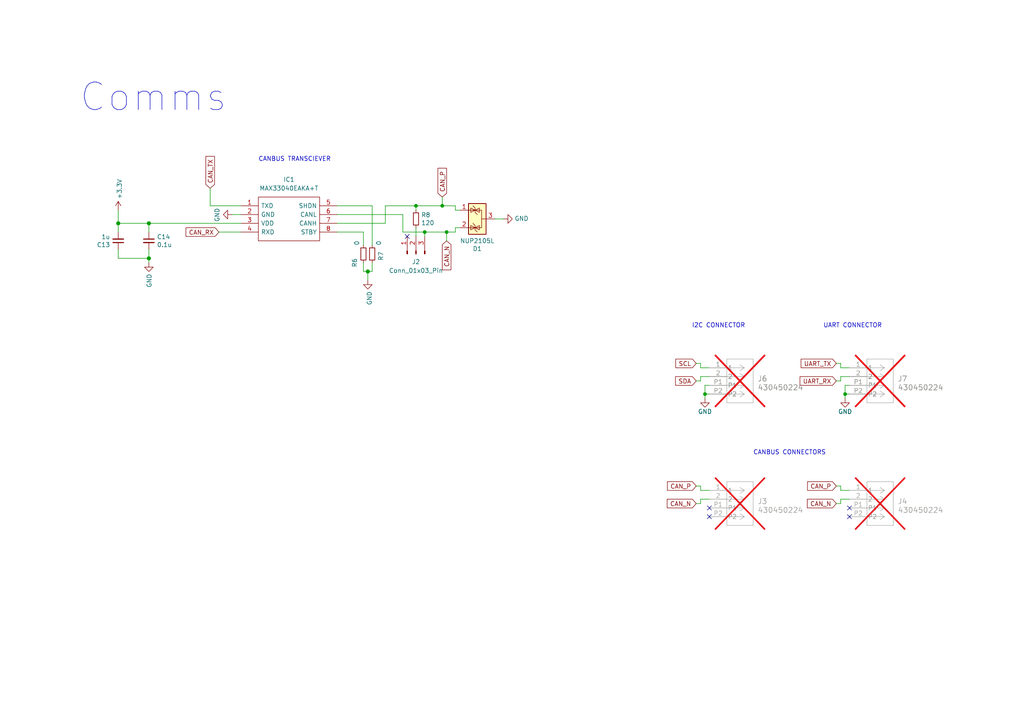
<source format=kicad_sch>
(kicad_sch (version 20230121) (generator eeschema)
  (paper "A4")
  (lib_symbols
    (symbol "Connector:Conn_01x03_Pin" (pin_names (offset 1.016) hide)
      (property "Reference" "J" (at 0 5.08 0))
      (property "Value" "Conn_01x03_Pin" (at 0 -5.08 0))
      (symbol "Conn_01x03_Pin_1_1"
        (polyline (pts (xy 1.27 -2.54) (xy 0.8636 -2.54)) (stroke (width 0.1524)))
        (polyline (pts (xy 1.27 0) (xy 0.8636 0)) (stroke (width 0.1524)))
        (polyline (pts (xy 1.27 2.54) (xy 0.8636 2.54)) (stroke (width 0.1524)))
        (rectangle (start 0.8636 -2.413) (end 0 -2.667) (stroke (width 0.1524)) (fill (type outline)))
        (rectangle (start 0.8636 0.127) (end 0 -0.127) (stroke (width 0.1524)) (fill (type outline)))
        (rectangle (start 0.8636 2.667) (end 0 2.413) (stroke (width 0.1524)) (fill (type outline)))
        (pin passive line (at 5.08 2.54 180) (length 3.81) (name "Pin_1") (number "1"))
        (pin passive line (at 5.08 0 180) (length 3.81) (name "Pin_2") (number "2"))
        (pin passive line (at 5.08 -2.54 180) (length 3.81) (name "Pin_3") (number "3"))
      )
    )
    (symbol "Device:C_Small" (pin_numbers hide) (pin_names (offset 0.254) hide)
      (property "Reference" "C" (at 0.254 1.778 0))
      (property "Value" "C_Small" (at 0.254 -2.032 0))
      (symbol "C_Small_0_1"
        (polyline (pts (xy -1.524 -0.508) (xy 1.524 -0.508)) (stroke (width 0.3302)))
        (polyline (pts (xy -1.524 0.508) (xy 1.524 0.508)) (stroke (width 0.3048)))
      )
      (symbol "C_Small_1_1"
        (pin passive line (at 0 2.54 270) (length 2.032) (name "~") (number "1"))
        (pin passive line (at 0 -2.54 90) (length 2.032) (name "~") (number "2"))
      )
    )
    (symbol "Device:R_Small" (pin_numbers hide) (pin_names (offset 0.254) hide)
      (property "Reference" "R" (at 0.762 0.508 0))
      (property "Value" "R_Small" (at 0.762 -1.016 0))
      (symbol "R_Small_0_1"
        (rectangle (start -0.762 1.778) (end 0.762 -1.778) (stroke (width 0.2032)))
      )
      (symbol "R_Small_1_1"
        (pin passive line (at 0 2.54 270) (length 0.762) (name "~") (number "1"))
        (pin passive line (at 0 -2.54 90) (length 0.762) (name "~") (number "2"))
      )
    )
    (symbol "MAX33040EAKA+T:MAX33040EAKA+T" (pin_names (offset 0.762))
      (property "Reference" "IC" (at 24.13 7.62 0))
      (property "Value" "MAX33040EAKA+T" (at 24.13 5.08 0))
      (symbol "MAX33040EAKA+T_0_0"
        (pin passive line (at 0 0 0) (length 5.08) (name "TXD") (number "1"))
        (pin passive line (at 0 -2.54 0) (length 5.08) (name "GND") (number "2"))
        (pin passive line (at 0 -5.08 0) (length 5.08) (name "VDD") (number "3"))
        (pin passive line (at 0 -7.62 0) (length 5.08) (name "RXD") (number "4"))
        (pin passive line (at 27.94 0 180) (length 5.08) (name "SHDN") (number "5"))
        (pin passive line (at 27.94 -2.54 180) (length 5.08) (name "CANL") (number "6"))
        (pin passive line (at 27.94 -5.08 180) (length 5.08) (name "CANH") (number "7"))
        (pin passive line (at 27.94 -7.62 180) (length 5.08) (name "STBY") (number "8"))
      )
      (symbol "MAX33040EAKA+T_0_1"
        (polyline (pts (xy 5.08 2.54) (xy 22.86 2.54) (xy 22.86 -10.16) (xy 5.08 -10.16) (xy 5.08 2.54)) (stroke (width 0.1524)))
      )
    )
    (symbol "MolexConnectors:430450224" (pin_names (offset 0.254))
      (property "Reference" "J" (at 8.89 6.35 0))
      (property "Value" "430450224" (at 0 0 0))
      (symbol "430450224_1_1"
        (polyline (pts (xy 5.08 -10.16) (xy 12.7 -10.16)) (stroke (width 0.127)))
        (polyline (pts (xy 5.08 2.54) (xy 5.08 -10.16)) (stroke (width 0.127)))
        (polyline (pts (xy 10.16 -7.62) (xy 5.08 -7.62)) (stroke (width 0.127)))
        (polyline (pts (xy 10.16 -7.62) (xy 8.89 -8.4667)) (stroke (width 0.127)))
        (polyline (pts (xy 10.16 -7.62) (xy 8.89 -6.7733)) (stroke (width 0.127)))
        (polyline (pts (xy 10.16 -5.08) (xy 5.08 -5.08)) (stroke (width 0.127)))
        (polyline (pts (xy 10.16 -5.08) (xy 8.89 -5.9267)) (stroke (width 0.127)))
        (polyline (pts (xy 10.16 -5.08) (xy 8.89 -4.2333)) (stroke (width 0.127)))
        (polyline (pts (xy 10.16 -2.54) (xy 5.08 -2.54)) (stroke (width 0.127)))
        (polyline (pts (xy 10.16 -2.54) (xy 8.89 -3.3867)) (stroke (width 0.127)))
        (polyline (pts (xy 10.16 -2.54) (xy 8.89 -1.6933)) (stroke (width 0.127)))
        (polyline (pts (xy 10.16 0) (xy 5.08 0)) (stroke (width 0.127)))
        (polyline (pts (xy 10.16 0) (xy 8.89 -0.8467)) (stroke (width 0.127)))
        (polyline (pts (xy 10.16 0) (xy 8.89 0.8467)) (stroke (width 0.127)))
        (polyline (pts (xy 12.7 -10.16) (xy 12.7 2.54)) (stroke (width 0.127)))
        (polyline (pts (xy 12.7 2.54) (xy 5.08 2.54)) (stroke (width 0.127)))
        (pin unspecified line (at 0 0 0) (length 5.08) (name "1") (number "1"))
        (pin unspecified line (at 0 -2.54 0) (length 5.08) (name "2") (number "2"))
        (pin unspecified line (at 0 -5.08 0) (length 5.08) (name "P1") (number "P1"))
        (pin unspecified line (at 0 -7.62 0) (length 5.08) (name "P2") (number "P2"))
      )
      (symbol "430450224_1_2"
        (polyline (pts (xy 5.08 -10.16) (xy 12.7 -10.16)) (stroke (width 0.127)))
        (polyline (pts (xy 5.08 2.54) (xy 5.08 -10.16)) (stroke (width 0.127)))
        (polyline (pts (xy 7.62 -7.62) (xy 5.08 -7.62)) (stroke (width 0.127)))
        (polyline (pts (xy 7.62 -7.62) (xy 8.89 -8.4667)) (stroke (width 0.127)))
        (polyline (pts (xy 7.62 -7.62) (xy 8.89 -6.7733)) (stroke (width 0.127)))
        (polyline (pts (xy 7.62 -5.08) (xy 5.08 -5.08)) (stroke (width 0.127)))
        (polyline (pts (xy 7.62 -5.08) (xy 8.89 -5.9267)) (stroke (width 0.127)))
        (polyline (pts (xy 7.62 -5.08) (xy 8.89 -4.2333)) (stroke (width 0.127)))
        (polyline (pts (xy 7.62 -2.54) (xy 5.08 -2.54)) (stroke (width 0.127)))
        (polyline (pts (xy 7.62 -2.54) (xy 8.89 -3.3867)) (stroke (width 0.127)))
        (polyline (pts (xy 7.62 -2.54) (xy 8.89 -1.6933)) (stroke (width 0.127)))
        (polyline (pts (xy 7.62 0) (xy 5.08 0)) (stroke (width 0.127)))
        (polyline (pts (xy 7.62 0) (xy 8.89 -0.8467)) (stroke (width 0.127)))
        (polyline (pts (xy 7.62 0) (xy 8.89 0.8467)) (stroke (width 0.127)))
        (polyline (pts (xy 12.7 -10.16) (xy 12.7 2.54)) (stroke (width 0.127)))
        (polyline (pts (xy 12.7 2.54) (xy 5.08 2.54)) (stroke (width 0.127)))
        (pin unspecified line (at 0 0 0) (length 5.08) (name "1") (number "1"))
        (pin unspecified line (at 0 -2.54 0) (length 5.08) (name "2") (number "2"))
        (pin unspecified line (at 0 -5.08 0) (length 5.08) (name "P1") (number "P1"))
        (pin unspecified line (at 0 -7.62 0) (length 5.08) (name "P2") (number "P2"))
      )
    )
    (symbol "Power_Protection:NUP2105L" (pin_names hide)
      (property "Reference" "D" (at 5.715 2.54 0))
      (property "Value" "NUP2105L" (at 5.715 0.635 0))
      (symbol "NUP2105L_0_0"
        (pin passive line (at 0 -5.08 90) (length 2.54) (name "A") (number "3"))
      )
      (symbol "NUP2105L_0_1"
        (rectangle (start -4.445 2.54) (end 4.445 -2.54) (stroke (width 0.254)) (fill (type background)))
        (polyline (pts (xy -2.54 2.54) (xy -2.54 0.635)))
        (polyline (pts (xy 0 -1.27) (xy 0 -2.54)))
        (polyline (pts (xy 2.54 2.54) (xy 2.54 0.635)))
        (polyline (pts (xy -3.81 1.27) (xy -3.175 0.635) (xy -1.905 0.635) (xy -1.27 0)))
        (polyline (pts (xy -2.54 0.635) (xy -2.54 -1.27) (xy 2.54 -1.27) (xy 2.54 0.635)))
        (polyline (pts (xy -2.54 0.635) (xy -1.905 -0.635) (xy -3.175 -0.635) (xy -2.54 0.635)))
        (polyline (pts (xy 2.54 0.635) (xy 1.905 -0.635) (xy 3.175 -0.635) (xy 2.54 0.635)))
        (polyline (pts (xy 2.54 0.635) (xy 3.175 1.905) (xy 1.905 1.905) (xy 2.54 0.635)))
        (polyline (pts (xy -2.54 0.635) (xy -3.175 1.905) (xy -1.905 1.905) (xy -2.54 0.635) (xy -2.54 1.27)))
        (polyline (pts (xy 1.27 1.27) (xy 1.905 0.635) (xy 2.54 0.635) (xy 3.175 0.635) (xy 3.81 0)))
      )
      (symbol "NUP2105L_1_1"
        (pin passive line (at -2.54 5.08 270) (length 2.54) (name "K") (number "1"))
        (pin passive line (at 2.54 5.08 270) (length 2.54) (name "K") (number "2"))
      )
    )
    (symbol "power:+3.3V" (power) (pin_names (offset 0))
      (property "Value" "+3.3V" (at 0 3.556 0))
      (symbol "+3.3V_0_1"
        (polyline (pts (xy -0.762 1.27) (xy 0 2.54)))
        (polyline (pts (xy 0 0) (xy 0 2.54)))
        (polyline (pts (xy 0 2.54) (xy 0.762 1.27)))
      )
      (symbol "+3.3V_1_1"
        (pin power_in line (at 0 0 90) (length 0) hide (name "+3.3V") (number "1"))
      )
    )
    (symbol "power:GND" (power) (pin_names (offset 0))
      (property "Value" "GND" (at 0 -3.81 0))
      (symbol "GND_0_1"
        (polyline (pts (xy 0 0) (xy 0 -1.27) (xy 1.27 -1.27) (xy 0 -2.54) (xy -1.27 -1.27) (xy 0 -1.27)))
      )
      (symbol "GND_1_1"
        (pin power_in line (at 0 0 270) (length 0) hide (name "GND") (number "1"))
      )
    )
  )
  (junction (at 106.68 78.74) (diameter 1.016))
  (junction (at 204.47 114.3))
  (junction (at 129.54 67.31))
  (junction (at 128.27 59.69))
  (junction (at 43.18 64.77) (diameter 1.016))
  (junction (at 34.29 64.77) (diameter 1.016))
  (junction (at 120.65 59.69))
  (junction (at 245.11 114.3))
  (junction (at 43.18 74.93) (diameter 1.016))
  (junction (at 123.19 67.31))
  (no_connect (at 246.38 149.86))
  (no_connect (at 205.74 147.32))
  (no_connect (at 246.38 147.32))
  (no_connect (at 205.74 149.86))
  (no_connect (at 118.11 68.58))
  (wire (pts (xy 97.79 59.69) (xy 107.95 59.69)))
  (wire (pts (xy 243.84 110.49) (xy 243.84 109.22)))
  (wire (pts (xy 203.2 142.24) (xy 205.74 142.24)))
  (wire (pts (xy 243.84 105.41) (xy 243.84 106.68)))
  (wire (pts (xy 106.68 78.74) (xy 105.41 78.74)))
  (wire (pts (xy 120.65 59.69) (xy 120.65 60.96)))
  (wire (pts (xy 203.2 146.05) (xy 201.93 146.05)))
  (wire (pts (xy 107.95 76.2) (xy 107.95 78.74)))
  (wire (pts (xy 203.2 110.49) (xy 201.93 110.49)))
  (wire (pts (xy 203.2 144.78) (xy 205.74 144.78)))
  (wire (pts (xy 97.79 62.23) (xy 116.84 62.23)))
  (wire (pts (xy 243.84 106.68) (xy 246.38 106.68)))
  (wire (pts (xy 133.35 66.04) (xy 132.08 66.04)))
  (wire (pts (xy 128.27 59.69) (xy 132.08 59.69)))
  (wire (pts (xy 242.57 110.49) (xy 243.84 110.49)))
  (wire (pts (xy 34.29 64.77) (xy 43.18 64.77)))
  (wire (pts (xy 63.5 67.31) (xy 69.85 67.31)))
  (wire (pts (xy 107.95 78.74) (xy 106.68 78.74)))
  (wire (pts (xy 43.18 76.2) (xy 43.18 74.93)))
  (wire (pts (xy 203.2 106.68) (xy 205.74 106.68)))
  (wire (pts (xy 204.47 115.57) (xy 204.47 114.3)))
  (wire (pts (xy 43.18 67.31) (xy 43.18 64.77)))
  (wire (pts (xy 43.18 72.39) (xy 43.18 74.93)))
  (wire (pts (xy 143.51 63.5) (xy 146.05 63.5)))
  (wire (pts (xy 60.96 54.61) (xy 60.96 59.69)))
  (wire (pts (xy 243.84 146.05) (xy 243.84 144.78)))
  (wire (pts (xy 203.2 110.49) (xy 203.2 109.22)))
  (wire (pts (xy 245.11 114.3) (xy 246.38 114.3)))
  (wire (pts (xy 123.19 67.31) (xy 123.19 68.58)))
  (wire (pts (xy 242.57 146.05) (xy 243.84 146.05)))
  (wire (pts (xy 43.18 64.77) (xy 69.85 64.77)))
  (wire (pts (xy 69.85 59.69) (xy 60.96 59.69)))
  (wire (pts (xy 34.29 67.31) (xy 34.29 64.77)))
  (wire (pts (xy 203.2 140.97) (xy 203.2 142.24)))
  (wire (pts (xy 245.11 115.57) (xy 245.11 114.3)))
  (wire (pts (xy 120.65 59.69) (xy 128.27 59.69)))
  (wire (pts (xy 34.29 64.77) (xy 34.29 60.96)))
  (wire (pts (xy 132.08 60.96) (xy 132.08 59.69)))
  (wire (pts (xy 111.76 64.77) (xy 111.76 59.69)))
  (wire (pts (xy 203.2 105.41) (xy 203.2 106.68)))
  (wire (pts (xy 105.41 67.31) (xy 105.41 71.12)))
  (wire (pts (xy 204.47 111.76) (xy 205.74 111.76)))
  (wire (pts (xy 204.47 114.3) (xy 204.47 111.76)))
  (wire (pts (xy 97.79 67.31) (xy 105.41 67.31)))
  (wire (pts (xy 129.54 67.31) (xy 132.08 67.31)))
  (wire (pts (xy 243.84 144.78) (xy 246.38 144.78)))
  (wire (pts (xy 128.27 57.15) (xy 128.27 59.69)))
  (wire (pts (xy 116.84 67.31) (xy 123.19 67.31)))
  (wire (pts (xy 245.11 114.3) (xy 245.11 111.76)))
  (wire (pts (xy 243.84 140.97) (xy 243.84 142.24)))
  (wire (pts (xy 111.76 59.69) (xy 120.65 59.69)))
  (wire (pts (xy 106.68 81.28) (xy 106.68 78.74)))
  (wire (pts (xy 242.57 105.41) (xy 243.84 105.41)))
  (wire (pts (xy 116.84 62.23) (xy 116.84 67.31)))
  (wire (pts (xy 67.31 62.23) (xy 69.85 62.23)))
  (wire (pts (xy 123.19 67.31) (xy 129.54 67.31)))
  (wire (pts (xy 243.84 109.22) (xy 246.38 109.22)))
  (wire (pts (xy 203.2 109.22) (xy 205.74 109.22)))
  (wire (pts (xy 203.2 146.05) (xy 203.2 144.78)))
  (wire (pts (xy 243.84 142.24) (xy 246.38 142.24)))
  (wire (pts (xy 107.95 59.69) (xy 107.95 71.12)))
  (wire (pts (xy 120.65 66.04) (xy 120.65 68.58)))
  (wire (pts (xy 34.29 74.93) (xy 43.18 74.93)))
  (wire (pts (xy 201.93 105.41) (xy 203.2 105.41)))
  (wire (pts (xy 129.54 67.31) (xy 129.54 69.85)))
  (wire (pts (xy 105.41 78.74) (xy 105.41 76.2)))
  (wire (pts (xy 201.93 140.97) (xy 203.2 140.97)))
  (wire (pts (xy 34.29 72.39) (xy 34.29 74.93)))
  (wire (pts (xy 133.35 60.96) (xy 132.08 60.96)))
  (wire (pts (xy 204.47 114.3) (xy 205.74 114.3)))
  (wire (pts (xy 132.08 66.04) (xy 132.08 67.31)))
  (wire (pts (xy 245.11 111.76) (xy 246.38 111.76)))
  (wire (pts (xy 97.79 64.77) (xy 111.76 64.77)))
  (wire (pts (xy 242.57 140.97) (xy 243.84 140.97)))
  (text "UART CONNECTOR" (at 238.76 95.25 0) (effects (font (size 1.27 1.27)) (justify left bottom)))
  (text "I2C CONNECTOR" (at 200.66 95.25 0) (effects (font (size 1.27 1.27)) (justify left bottom)))
  (text "CANBUS TRANSCIEVER" (at 74.93 46.99 0) (effects (font (size 1.27 1.27)) (justify left bottom)))
  (text "CANBUS CONNECTORS" (at 218.44 132.08 0) (effects (font (size 1.27 1.27)) (justify left bottom)))
  (text "Comms" (at 22.86 33.02 0) (effects (font (size 8 8)) (justify left bottom)))
  (global_label "UART_TX" (shape input) (at 242.57 105.41 180) (property "Intersheetrefs" "${INTERSHEET_REFS}" (effects hide)))
  (global_label "CAN_TX" (shape input) (at 60.96 54.61 90) (property "Intersheetrefs" "${INTERSHEET_REFS}" (effects hide)))
  (global_label "CAN_RX" (shape input) (at 63.5 67.31 180) (property "Intersheetrefs" "${INTERSHEET_REFS}" (effects hide)))
  (global_label "SCL" (shape input) (at 201.93 105.41 180) (property "Intersheetrefs" "${INTERSHEET_REFS}" (effects hide)))
  (global_label "CAN_N" (shape input) (at 242.57 146.05 180) (property "Intersheetrefs" "${INTERSHEET_REFS}" (effects hide)))
  (global_label "CAN_P" (shape input) (at 242.57 140.97 180) (property "Intersheetrefs" "${INTERSHEET_REFS}" (effects hide)))
  (global_label "SDA" (shape input) (at 201.93 110.49 180) (property "Intersheetrefs" "${INTERSHEET_REFS}" (effects hide)))
  (global_label "CAN_N" (shape input) (at 201.93 146.05 180) (property "Intersheetrefs" "${INTERSHEET_REFS}" (effects hide)))
  (global_label "UART_RX" (shape input) (at 242.57 110.49 180) (property "Intersheetrefs" "${INTERSHEET_REFS}" (effects hide)))
  (global_label "CAN_P" (shape input) (at 128.27 57.15 90) (property "Intersheetrefs" "${INTERSHEET_REFS}" (effects hide)))
  (global_label "CAN_P" (shape input) (at 201.93 140.97 180) (property "Intersheetrefs" "${INTERSHEET_REFS}" (effects hide)))
  (global_label "CAN_N" (shape input) (at 129.54 69.85 270) (property "Intersheetrefs" "${INTERSHEET_REFS}" (effects hide)))
  (symbol (lib_id "power:GND") (at 67.31 62.23 270) (unit 1)
    (property "Reference" "#PWR020" (effects hide))
    (property "Value" "GND" (at 62.9856 62.3443 0))
    (instances (project "RevA_Mecanismos" (path "" (reference "#PWR020") (unit 1))) (project "stepper_module_v2" (path "" (reference "#PWR019") (unit 1))) (project "IO_module" (path "" (reference "#PWR036") (unit 1))) (project "general_module" (path "" (reference "#PWR055") (unit 1))))
  )
  (symbol (lib_id "power:GND") (at 146.05 63.5 90) (unit 1)
    (property "Reference" "#PWR027" (effects hide))
    (property "Value" "GND" (at 149.2251 63.3857 90) (effects (justify right)))
    (instances (project "RevA_Mecanismos" (path "" (reference "#PWR027") (unit 1))) (project "stepper_module_v2" (path "" (reference "#PWR0122") (unit 1))) (project "IO_module" (path "" (reference "#PWR047") (unit 1))) (project "general_module" (path "" (reference "#PWR064") (unit 1))))
  )
  (symbol (lib_id "MAX33040EAKA+T:MAX33040EAKA+T") (at 69.85 59.69 0) (unit 1)
    (property "Reference" "IC1" (at 83.82 52.07 0))
    (property "Value" "MAX33040EAKA+T" (at 83.82 54.61 0))
    (property "Footprint" "MAX33040EAKA+T:SOT65P280X145-8N" (effects hide))
    (property "Datasheet" "https://datasheets.maximintegrated.com/en/ds/MAX33040E-MAX33041E.pdf" (effects hide))
    (property "LCSC" "C5221297" (effects hide))
    (property "Description" "+3.3V, 5Mbps CAN Transceiver with ?40V Fault Protection" (effects hide))
    (property "Height" "1.45" (effects hide))
    (property "Manufacturer_Name" "Maxim Integrated" (effects hide))
    (property "Manufacturer_Part_Number" "MAX33040EAKA+T" (effects hide))
    (property "Mouser Part Number" "700-MAX33040EAKA+T" (effects hide))
    (property "Mouser Price/Stock" "https://www.mouser.co.uk/ProductDetail/Maxim-Integrated/MAX33040EAKA%2bT?qs=IS%252B4QmGtzzrp4y4r9nEH%252Bg%3D%3D" (effects hide))
    (property "Arrow Part Number" "MAX33040EAKA+T" (effects hide))
    (property "Arrow Price/Stock" "https://www.arrow.com/en/products/max33040eakat/maxim-integrated?region=nac" (effects hide))
    (instances (project "RevA_Mecanismos" (path "" (reference "IC1") (unit 1))) (project "stepper_module_v2" (path "" (reference "IC3") (unit 1))) (project "IO_module" (path "" (reference "IC3") (unit 1))) (project "general_module" (path "" (reference "IC1") (unit 1))))
  )
  (symbol (lib_id "power:GND") (at 245.11 115.57 0) (unit 1)
    (property "Reference" "#PWR069" (effects hide))
    (property "Value" "GND" (at 245.11 119.38 0))
    (instances (project "RevA_Mecanismos" (path "" (reference "#PWR069") (unit 1))) (project "stepper_module_v2" (path "" (reference "#PWR0125") (unit 1))) (project "IO_module" (path "" (reference "#PWR031") (unit 1))) (project "general_module" (path "" (reference "#PWR051") (unit 1))))
  )
  (symbol (lib_id "Device:R_Small") (at 105.41 73.66 180) (unit 1)
    (property "Reference" "R6" (at 102.87 76.2 90))
    (property "Value" "0" (at 103.505 70.485 90))
    (property "Footprint" "Resistor_SMD:R_0603_1608Metric" (effects hide))
    (property "PartNumber" "CRCW06030000Z0EBC" (effects hide))
    (property "LCSC" "C101250" (effects hide))
    (instances (project "RevA_Mecanismos" (path "" (reference "R6") (unit 1))) (project "stepper_module_v2" (path "" (reference "R4") (unit 1))) (project "IO_module" (path "" (reference "R52") (unit 1))) (project "general_module" (path "" (reference "R25") (unit 1))))
  )
  (symbol (lib_id "Device:C_Small") (at 43.18 69.85 0) (unit 1)
    (property "Reference" "C14" (at 45.5042 68.7006 0) (effects (justify left)))
    (property "Value" "0.1u" (at 45.504 70.999 0) (effects (justify left)))
    (property "Footprint" "Capacitor_SMD:C_0603_1608Metric" (effects hide))
    (property "LCSC" "C165952" (effects hide))
    (instances (project "RevA_Mecanismos" (path "" (reference "C14") (unit 1))) (project "stepper_module_v2" (path "" (reference "C5") (unit 1)) (path "" (reference "C15") (unit 1))) (project "IO_module" (path "" (reference "C26") (unit 1))) (project "general_module" (path "" (reference "C17") (unit 1))))
  )
  (symbol (lib_id "Power_Protection:NUP2105L") (at 138.43 63.5 90) (mirror x) (unit 1)
    (property "Reference" "D1" (at 138.43 72.1552 90))
    (property "Value" "NUP2105L" (at 138.43 69.8565 90))
    (property "Footprint" "Package_TO_SOT_SMD:SOT-23" (effects hide))
    (property "Datasheet" "http://www.onsemi.com/pub_link/Collateral/NUP2105L-D.PDF" (effects hide))
    (property "PartNumber" "SZNUP2105LT3G" (effects hide))
    (property "LCSC" "C284104" (effects hide))
    (instances (project "RevA_Mecanismos" (path "" (reference "D1") (unit 1))) (project "stepper_module_v2" (path "" (reference "D1") (unit 1))) (project "IO_module" (path "" (reference "D18") (unit 1))) (project "general_module" (path "" (reference "D12") (unit 1))))
  )
  (symbol (lib_id "power:GND") (at 204.47 115.57 0) (unit 1)
    (property "Reference" "#PWR067" (effects hide))
    (property "Value" "GND" (at 204.47 119.38 0))
    (instances (project "RevA_Mecanismos" (path "" (reference "#PWR067") (unit 1))) (project "stepper_module_v2" (path "" (reference "#PWR0125") (unit 1))) (project "IO_module" (path "" (reference "#PWR031") (unit 1))) (project "general_module" (path "" (reference "#PWR051") (unit 1))))
  )
  (symbol (lib_id "power:GND") (at 106.68 81.28 0) (unit 1)
    (property "Reference" "#PWR026" (effects hide))
    (property "Value" "GND" (at 107.159 84.455 90) (effects (justify right)))
    (instances (project "RevA_Mecanismos" (path "" (reference "#PWR026") (unit 1))) (project "stepper_module_v2" (path "" (reference "#PWR0126") (unit 1))) (project "IO_module" (path "" (reference "#PWR043") (unit 1))) (project "general_module" (path "" (reference "#PWR062") (unit 1))))
  )
  (symbol (lib_id "MolexConnectors:430450224") (at 246.38 106.68 0) (unit 1) (dnp yes)
    (property "Reference" "J7" (at 260.35 109.855 0) (effects (font (size 1.524 1.524)) (justify left)))
    (property "Value" "430450224" (at 260.35 112.395 0) (effects (font (size 1.524 1.524)) (justify left)))
    (property "Footprint" "MolexConnectors:CON_430450224_MOL" (effects hide))
    (property "Datasheet" "430450224" (effects hide))
    (instances (project "RevA_Mecanismos" (path "" (reference "J7") (unit 1))) (project "IO_module" (path "" (reference "J17") (unit 1)) (path "" (reference "J7") (unit 1))))
  )
  (symbol (lib_id "Device:R_Small") (at 107.95 73.66 180) (unit 1)
    (property "Reference" "R7" (at 110.49 74.295 90))
    (property "Value" "0" (at 109.855 70.485 90))
    (property "Footprint" "Resistor_SMD:R_0603_1608Metric" (effects hide))
    (property "PartNumber" "CRCW06030000Z0EBC" (effects hide))
    (property "LCSC" "C101250" (effects hide))
    (instances (project "RevA_Mecanismos" (path "" (reference "R7") (unit 1))) (project "stepper_module_v2" (path "" (reference "R5") (unit 1))) (project "IO_module" (path "" (reference "R53") (unit 1))) (project "general_module" (path "" (reference "R27") (unit 1))))
  )
  (symbol (lib_id "power:+3.3V") (at 34.29 60.96 0) (unit 1)
    (property "Reference" "#PWR08" (effects hide))
    (property "Value" "+3.3V" (at 34.6583 57.7849 90) (effects (justify left)))
    (instances (project "RevA_Mecanismos" (path "" (reference "#PWR08") (unit 1))) (project "stepper_module_v2" (path "" (reference "#PWR0123") (unit 1))) (project "IO_module" (path "" (reference "#PWR030") (unit 1))) (project "general_module" (path "" (reference "#PWR049") (unit 1))))
  )
  (symbol (lib_id "Device:R_Small") (at 120.65 63.5 0) (unit 1)
    (property "Reference" "R8" (at 122.1487 62.3506 0) (effects (justify left)))
    (property "Value" "120" (at 122.149 64.649 0) (effects (justify left)))
    (property "Footprint" "Resistor_SMD:R_0603_1608Metric" (effects hide))
    (property "LCSC" "C114640" (effects hide))
    (instances (project "RevA_Mecanismos" (path "" (reference "R8") (unit 1))) (project "stepper_module_v2" (path "" (reference "R34") (unit 1))) (project "IO_module" (path "" (reference "R54") (unit 1))) (project "general_module" (path "" (reference "R28") (unit 1))))
  )
  (symbol (lib_id "MolexConnectors:430450224") (at 205.74 106.68 0) (unit 1) (dnp yes)
    (property "Reference" "J6" (at 219.71 109.855 0) (effects (font (size 1.524 1.524)) (justify left)))
    (property "Value" "430450224" (at 219.71 112.395 0) (effects (font (size 1.524 1.524)) (justify left)))
    (property "Footprint" "MolexConnectors:CON_430450224_MOL" (effects hide))
    (property "Datasheet" "430450224" (effects hide))
    (instances (project "RevA_Mecanismos" (path "" (reference "J6") (unit 1))) (project "IO_module" (path "" (reference "J17") (unit 1)) (path "" (reference "J3") (unit 1))))
  )
  (symbol (lib_id "power:GND") (at 43.18 76.2 0) (unit 1)
    (property "Reference" "#PWR017" (effects hide))
    (property "Value" "GND" (at 43.2943 79.375 90) (effects (justify right)))
    (instances (project "RevA_Mecanismos" (path "" (reference "#PWR017") (unit 1))) (project "stepper_module_v2" (path "" (reference "#PWR0125") (unit 1))) (project "IO_module" (path "" (reference "#PWR031") (unit 1))) (project "general_module" (path "" (reference "#PWR051") (unit 1))))
  )
  (symbol (lib_id "MolexConnectors:430450224") (at 246.38 142.24 0) (unit 1) (dnp yes)
    (property "Reference" "J4" (at 260.35 145.415 0) (effects (font (size 1.524 1.524)) (justify left)))
    (property "Value" "430450224" (at 260.35 147.955 0) (effects (font (size 1.524 1.524)) (justify left)))
    (property "Footprint" "MolexConnectors:CON_430450224_MOL" (effects hide))
    (property "Datasheet" "430450224" (effects hide))
    (instances (project "RevA_Mecanismos" (path "" (reference "J4") (unit 1))) (project "IO_module" (path "" (reference "J17") (unit 1)) (path "" (reference "J7") (unit 1))))
  )
  (symbol (lib_id "MolexConnectors:430450224") (at 205.74 142.24 0) (unit 1) (dnp yes)
    (property "Reference" "J3" (at 219.71 145.415 0) (effects (font (size 1.524 1.524)) (justify left)))
    (property "Value" "430450224" (at 219.71 147.955 0) (effects (font (size 1.524 1.524)) (justify left)))
    (property "Footprint" "MolexConnectors:CON_430450224_MOL" (effects hide))
    (property "Datasheet" "430450224" (effects hide))
    (instances (project "RevA_Mecanismos" (path "" (reference "J3") (unit 1))) (project "IO_module" (path "" (reference "J17") (unit 1)) (path "" (reference "J3") (unit 1))))
  )
  (symbol (lib_id "Device:C_Small") (at 34.29 69.85 180) (unit 1)
    (property "Reference" "C13" (at 31.9658 70.9994 0) (effects (justify left)))
    (property "Value" "1u" (at 31.966 68.701 0) (effects (justify left)))
    (property "Footprint" "Capacitor_SMD:C_0603_1608Metric" (effects hide))
    (property "LCSC" "C92828" (effects hide))
    (instances (project "RevA_Mecanismos" (path "" (reference "C13") (unit 1))) (project "stepper_module_v2" (path "" (reference "C8") (unit 1)) (path "" (reference "C14") (unit 1))) (project "IO_module" (path "" (reference "C20") (unit 1))) (project "general_module" (path "" (reference "C15") (unit 1))))
  )
  (symbol (lib_id "Connector:Conn_01x03_Pin") (at 120.65 73.66 90) (unit 1)
    (property "Reference" "J2" (at 120.65 75.946 90))
    (property "Value" "Conn_01x03_Pin" (at 120.65 78.486 90))
    (property "Footprint" "Connector_PinHeader_1.27mm:PinHeader_1x03_P1.27mm_Vertical" (effects hide))
    (property "LCSC" "C24980" (effects hide))
    (instances (project "RevA_Mecanismos" (path "" (reference "J2") (unit 1))) (project "stepper_module_v2" (path "" (reference "J13") (unit 1))) (project "IO_module" (path "" (reference "J13") (unit 1))) (project "general_module" (path "" (reference "J10") (unit 1))))
  )
)
</source>
